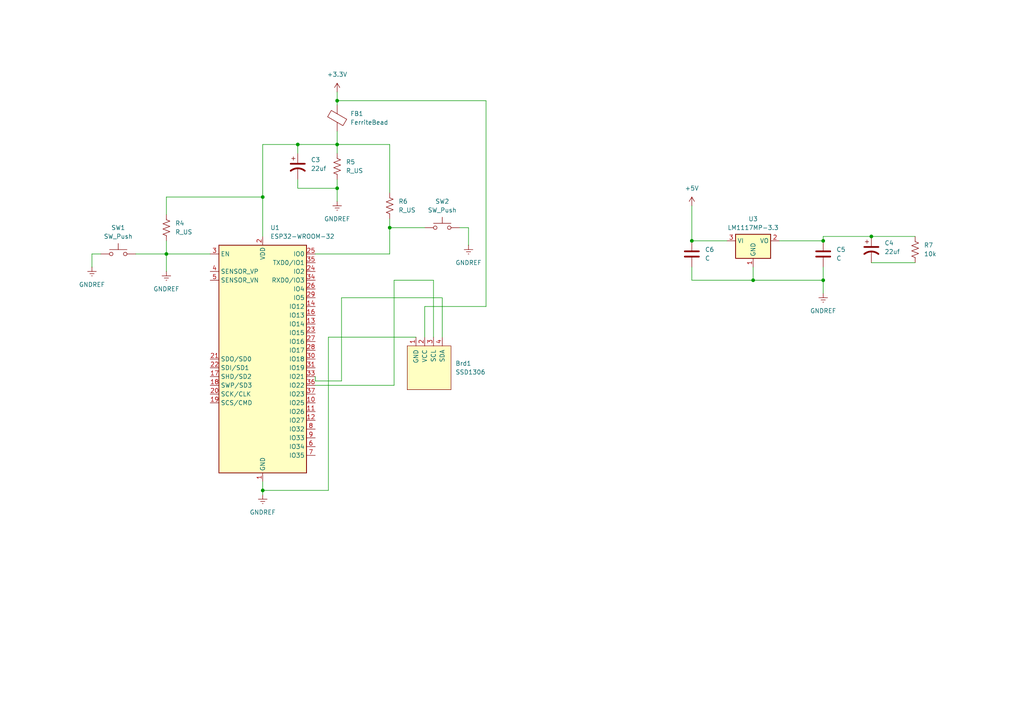
<source format=kicad_sch>
(kicad_sch
	(version 20231120)
	(generator "eeschema")
	(generator_version "8.0")
	(uuid "c5da95ea-07ec-483b-a173-7c544086b65f")
	(paper "A4")
	(lib_symbols
		(symbol "Device:C"
			(pin_numbers hide)
			(pin_names
				(offset 0.254)
			)
			(exclude_from_sim no)
			(in_bom yes)
			(on_board yes)
			(property "Reference" "C"
				(at 0.635 2.54 0)
				(effects
					(font
						(size 1.27 1.27)
					)
					(justify left)
				)
			)
			(property "Value" "C"
				(at 0.635 -2.54 0)
				(effects
					(font
						(size 1.27 1.27)
					)
					(justify left)
				)
			)
			(property "Footprint" ""
				(at 0.9652 -3.81 0)
				(effects
					(font
						(size 1.27 1.27)
					)
					(hide yes)
				)
			)
			(property "Datasheet" "~"
				(at 0 0 0)
				(effects
					(font
						(size 1.27 1.27)
					)
					(hide yes)
				)
			)
			(property "Description" "Unpolarized capacitor"
				(at 0 0 0)
				(effects
					(font
						(size 1.27 1.27)
					)
					(hide yes)
				)
			)
			(property "ki_keywords" "cap capacitor"
				(at 0 0 0)
				(effects
					(font
						(size 1.27 1.27)
					)
					(hide yes)
				)
			)
			(property "ki_fp_filters" "C_*"
				(at 0 0 0)
				(effects
					(font
						(size 1.27 1.27)
					)
					(hide yes)
				)
			)
			(symbol "C_0_1"
				(polyline
					(pts
						(xy -2.032 -0.762) (xy 2.032 -0.762)
					)
					(stroke
						(width 0.508)
						(type default)
					)
					(fill
						(type none)
					)
				)
				(polyline
					(pts
						(xy -2.032 0.762) (xy 2.032 0.762)
					)
					(stroke
						(width 0.508)
						(type default)
					)
					(fill
						(type none)
					)
				)
			)
			(symbol "C_1_1"
				(pin passive line
					(at 0 3.81 270)
					(length 2.794)
					(name "~"
						(effects
							(font
								(size 1.27 1.27)
							)
						)
					)
					(number "1"
						(effects
							(font
								(size 1.27 1.27)
							)
						)
					)
				)
				(pin passive line
					(at 0 -3.81 90)
					(length 2.794)
					(name "~"
						(effects
							(font
								(size 1.27 1.27)
							)
						)
					)
					(number "2"
						(effects
							(font
								(size 1.27 1.27)
							)
						)
					)
				)
			)
		)
		(symbol "Device:C_Polarized_US"
			(pin_numbers hide)
			(pin_names
				(offset 0.254) hide)
			(exclude_from_sim no)
			(in_bom yes)
			(on_board yes)
			(property "Reference" "C"
				(at 0.635 2.54 0)
				(effects
					(font
						(size 1.27 1.27)
					)
					(justify left)
				)
			)
			(property "Value" "C_Polarized_US"
				(at 0.635 -2.54 0)
				(effects
					(font
						(size 1.27 1.27)
					)
					(justify left)
				)
			)
			(property "Footprint" ""
				(at 0 0 0)
				(effects
					(font
						(size 1.27 1.27)
					)
					(hide yes)
				)
			)
			(property "Datasheet" "~"
				(at 0 0 0)
				(effects
					(font
						(size 1.27 1.27)
					)
					(hide yes)
				)
			)
			(property "Description" "Polarized capacitor, US symbol"
				(at 0 0 0)
				(effects
					(font
						(size 1.27 1.27)
					)
					(hide yes)
				)
			)
			(property "ki_keywords" "cap capacitor"
				(at 0 0 0)
				(effects
					(font
						(size 1.27 1.27)
					)
					(hide yes)
				)
			)
			(property "ki_fp_filters" "CP_*"
				(at 0 0 0)
				(effects
					(font
						(size 1.27 1.27)
					)
					(hide yes)
				)
			)
			(symbol "C_Polarized_US_0_1"
				(polyline
					(pts
						(xy -2.032 0.762) (xy 2.032 0.762)
					)
					(stroke
						(width 0.508)
						(type default)
					)
					(fill
						(type none)
					)
				)
				(polyline
					(pts
						(xy -1.778 2.286) (xy -0.762 2.286)
					)
					(stroke
						(width 0)
						(type default)
					)
					(fill
						(type none)
					)
				)
				(polyline
					(pts
						(xy -1.27 1.778) (xy -1.27 2.794)
					)
					(stroke
						(width 0)
						(type default)
					)
					(fill
						(type none)
					)
				)
				(arc
					(start 2.032 -1.27)
					(mid 0 -0.5572)
					(end -2.032 -1.27)
					(stroke
						(width 0.508)
						(type default)
					)
					(fill
						(type none)
					)
				)
			)
			(symbol "C_Polarized_US_1_1"
				(pin passive line
					(at 0 3.81 270)
					(length 2.794)
					(name "~"
						(effects
							(font
								(size 1.27 1.27)
							)
						)
					)
					(number "1"
						(effects
							(font
								(size 1.27 1.27)
							)
						)
					)
				)
				(pin passive line
					(at 0 -3.81 90)
					(length 3.302)
					(name "~"
						(effects
							(font
								(size 1.27 1.27)
							)
						)
					)
					(number "2"
						(effects
							(font
								(size 1.27 1.27)
							)
						)
					)
				)
			)
		)
		(symbol "Device:FerriteBead"
			(pin_numbers hide)
			(pin_names
				(offset 0)
			)
			(exclude_from_sim no)
			(in_bom yes)
			(on_board yes)
			(property "Reference" "FB"
				(at -3.81 0.635 90)
				(effects
					(font
						(size 1.27 1.27)
					)
				)
			)
			(property "Value" "FerriteBead"
				(at 3.81 0 90)
				(effects
					(font
						(size 1.27 1.27)
					)
				)
			)
			(property "Footprint" ""
				(at -1.778 0 90)
				(effects
					(font
						(size 1.27 1.27)
					)
					(hide yes)
				)
			)
			(property "Datasheet" "~"
				(at 0 0 0)
				(effects
					(font
						(size 1.27 1.27)
					)
					(hide yes)
				)
			)
			(property "Description" "Ferrite bead"
				(at 0 0 0)
				(effects
					(font
						(size 1.27 1.27)
					)
					(hide yes)
				)
			)
			(property "ki_keywords" "L ferrite bead inductor filter"
				(at 0 0 0)
				(effects
					(font
						(size 1.27 1.27)
					)
					(hide yes)
				)
			)
			(property "ki_fp_filters" "Inductor_* L_* *Ferrite*"
				(at 0 0 0)
				(effects
					(font
						(size 1.27 1.27)
					)
					(hide yes)
				)
			)
			(symbol "FerriteBead_0_1"
				(polyline
					(pts
						(xy 0 -1.27) (xy 0 -1.2192)
					)
					(stroke
						(width 0)
						(type default)
					)
					(fill
						(type none)
					)
				)
				(polyline
					(pts
						(xy 0 1.27) (xy 0 1.2954)
					)
					(stroke
						(width 0)
						(type default)
					)
					(fill
						(type none)
					)
				)
				(polyline
					(pts
						(xy -2.7686 0.4064) (xy -1.7018 2.2606) (xy 2.7686 -0.3048) (xy 1.6764 -2.159) (xy -2.7686 0.4064)
					)
					(stroke
						(width 0)
						(type default)
					)
					(fill
						(type none)
					)
				)
			)
			(symbol "FerriteBead_1_1"
				(pin passive line
					(at 0 3.81 270)
					(length 2.54)
					(name "~"
						(effects
							(font
								(size 1.27 1.27)
							)
						)
					)
					(number "1"
						(effects
							(font
								(size 1.27 1.27)
							)
						)
					)
				)
				(pin passive line
					(at 0 -3.81 90)
					(length 2.54)
					(name "~"
						(effects
							(font
								(size 1.27 1.27)
							)
						)
					)
					(number "2"
						(effects
							(font
								(size 1.27 1.27)
							)
						)
					)
				)
			)
		)
		(symbol "Device:R_US"
			(pin_numbers hide)
			(pin_names
				(offset 0)
			)
			(exclude_from_sim no)
			(in_bom yes)
			(on_board yes)
			(property "Reference" "R"
				(at 2.54 0 90)
				(effects
					(font
						(size 1.27 1.27)
					)
				)
			)
			(property "Value" "R_US"
				(at -2.54 0 90)
				(effects
					(font
						(size 1.27 1.27)
					)
				)
			)
			(property "Footprint" ""
				(at 1.016 -0.254 90)
				(effects
					(font
						(size 1.27 1.27)
					)
					(hide yes)
				)
			)
			(property "Datasheet" "~"
				(at 0 0 0)
				(effects
					(font
						(size 1.27 1.27)
					)
					(hide yes)
				)
			)
			(property "Description" "Resistor, US symbol"
				(at 0 0 0)
				(effects
					(font
						(size 1.27 1.27)
					)
					(hide yes)
				)
			)
			(property "ki_keywords" "R res resistor"
				(at 0 0 0)
				(effects
					(font
						(size 1.27 1.27)
					)
					(hide yes)
				)
			)
			(property "ki_fp_filters" "R_*"
				(at 0 0 0)
				(effects
					(font
						(size 1.27 1.27)
					)
					(hide yes)
				)
			)
			(symbol "R_US_0_1"
				(polyline
					(pts
						(xy 0 -2.286) (xy 0 -2.54)
					)
					(stroke
						(width 0)
						(type default)
					)
					(fill
						(type none)
					)
				)
				(polyline
					(pts
						(xy 0 2.286) (xy 0 2.54)
					)
					(stroke
						(width 0)
						(type default)
					)
					(fill
						(type none)
					)
				)
				(polyline
					(pts
						(xy 0 -0.762) (xy 1.016 -1.143) (xy 0 -1.524) (xy -1.016 -1.905) (xy 0 -2.286)
					)
					(stroke
						(width 0)
						(type default)
					)
					(fill
						(type none)
					)
				)
				(polyline
					(pts
						(xy 0 0.762) (xy 1.016 0.381) (xy 0 0) (xy -1.016 -0.381) (xy 0 -0.762)
					)
					(stroke
						(width 0)
						(type default)
					)
					(fill
						(type none)
					)
				)
				(polyline
					(pts
						(xy 0 2.286) (xy 1.016 1.905) (xy 0 1.524) (xy -1.016 1.143) (xy 0 0.762)
					)
					(stroke
						(width 0)
						(type default)
					)
					(fill
						(type none)
					)
				)
			)
			(symbol "R_US_1_1"
				(pin passive line
					(at 0 3.81 270)
					(length 1.27)
					(name "~"
						(effects
							(font
								(size 1.27 1.27)
							)
						)
					)
					(number "1"
						(effects
							(font
								(size 1.27 1.27)
							)
						)
					)
				)
				(pin passive line
					(at 0 -3.81 90)
					(length 1.27)
					(name "~"
						(effects
							(font
								(size 1.27 1.27)
							)
						)
					)
					(number "2"
						(effects
							(font
								(size 1.27 1.27)
							)
						)
					)
				)
			)
		)
		(symbol "RF_Module:ESP32-WROOM-32"
			(exclude_from_sim no)
			(in_bom yes)
			(on_board yes)
			(property "Reference" "U"
				(at -12.7 34.29 0)
				(effects
					(font
						(size 1.27 1.27)
					)
					(justify left)
				)
			)
			(property "Value" "ESP32-WROOM-32"
				(at 1.27 34.29 0)
				(effects
					(font
						(size 1.27 1.27)
					)
					(justify left)
				)
			)
			(property "Footprint" "RF_Module:ESP32-WROOM-32"
				(at 0 -38.1 0)
				(effects
					(font
						(size 1.27 1.27)
					)
					(hide yes)
				)
			)
			(property "Datasheet" "https://www.espressif.com/sites/default/files/documentation/esp32-wroom-32_datasheet_en.pdf"
				(at -7.62 1.27 0)
				(effects
					(font
						(size 1.27 1.27)
					)
					(hide yes)
				)
			)
			(property "Description" "RF Module, ESP32-D0WDQ6 SoC, Wi-Fi 802.11b/g/n, Bluetooth, BLE, 32-bit, 2.7-3.6V, onboard antenna, SMD"
				(at 0 0 0)
				(effects
					(font
						(size 1.27 1.27)
					)
					(hide yes)
				)
			)
			(property "ki_keywords" "RF Radio BT ESP ESP32 Espressif onboard PCB antenna"
				(at 0 0 0)
				(effects
					(font
						(size 1.27 1.27)
					)
					(hide yes)
				)
			)
			(property "ki_fp_filters" "ESP32?WROOM?32*"
				(at 0 0 0)
				(effects
					(font
						(size 1.27 1.27)
					)
					(hide yes)
				)
			)
			(symbol "ESP32-WROOM-32_0_1"
				(rectangle
					(start -12.7 33.02)
					(end 12.7 -33.02)
					(stroke
						(width 0.254)
						(type default)
					)
					(fill
						(type background)
					)
				)
			)
			(symbol "ESP32-WROOM-32_1_1"
				(pin power_in line
					(at 0 -35.56 90)
					(length 2.54)
					(name "GND"
						(effects
							(font
								(size 1.27 1.27)
							)
						)
					)
					(number "1"
						(effects
							(font
								(size 1.27 1.27)
							)
						)
					)
				)
				(pin bidirectional line
					(at 15.24 -12.7 180)
					(length 2.54)
					(name "IO25"
						(effects
							(font
								(size 1.27 1.27)
							)
						)
					)
					(number "10"
						(effects
							(font
								(size 1.27 1.27)
							)
						)
					)
				)
				(pin bidirectional line
					(at 15.24 -15.24 180)
					(length 2.54)
					(name "IO26"
						(effects
							(font
								(size 1.27 1.27)
							)
						)
					)
					(number "11"
						(effects
							(font
								(size 1.27 1.27)
							)
						)
					)
				)
				(pin bidirectional line
					(at 15.24 -17.78 180)
					(length 2.54)
					(name "IO27"
						(effects
							(font
								(size 1.27 1.27)
							)
						)
					)
					(number "12"
						(effects
							(font
								(size 1.27 1.27)
							)
						)
					)
				)
				(pin bidirectional line
					(at 15.24 10.16 180)
					(length 2.54)
					(name "IO14"
						(effects
							(font
								(size 1.27 1.27)
							)
						)
					)
					(number "13"
						(effects
							(font
								(size 1.27 1.27)
							)
						)
					)
				)
				(pin bidirectional line
					(at 15.24 15.24 180)
					(length 2.54)
					(name "IO12"
						(effects
							(font
								(size 1.27 1.27)
							)
						)
					)
					(number "14"
						(effects
							(font
								(size 1.27 1.27)
							)
						)
					)
				)
				(pin passive line
					(at 0 -35.56 90)
					(length 2.54) hide
					(name "GND"
						(effects
							(font
								(size 1.27 1.27)
							)
						)
					)
					(number "15"
						(effects
							(font
								(size 1.27 1.27)
							)
						)
					)
				)
				(pin bidirectional line
					(at 15.24 12.7 180)
					(length 2.54)
					(name "IO13"
						(effects
							(font
								(size 1.27 1.27)
							)
						)
					)
					(number "16"
						(effects
							(font
								(size 1.27 1.27)
							)
						)
					)
				)
				(pin bidirectional line
					(at -15.24 -5.08 0)
					(length 2.54)
					(name "SHD/SD2"
						(effects
							(font
								(size 1.27 1.27)
							)
						)
					)
					(number "17"
						(effects
							(font
								(size 1.27 1.27)
							)
						)
					)
				)
				(pin bidirectional line
					(at -15.24 -7.62 0)
					(length 2.54)
					(name "SWP/SD3"
						(effects
							(font
								(size 1.27 1.27)
							)
						)
					)
					(number "18"
						(effects
							(font
								(size 1.27 1.27)
							)
						)
					)
				)
				(pin bidirectional line
					(at -15.24 -12.7 0)
					(length 2.54)
					(name "SCS/CMD"
						(effects
							(font
								(size 1.27 1.27)
							)
						)
					)
					(number "19"
						(effects
							(font
								(size 1.27 1.27)
							)
						)
					)
				)
				(pin power_in line
					(at 0 35.56 270)
					(length 2.54)
					(name "VDD"
						(effects
							(font
								(size 1.27 1.27)
							)
						)
					)
					(number "2"
						(effects
							(font
								(size 1.27 1.27)
							)
						)
					)
				)
				(pin bidirectional line
					(at -15.24 -10.16 0)
					(length 2.54)
					(name "SCK/CLK"
						(effects
							(font
								(size 1.27 1.27)
							)
						)
					)
					(number "20"
						(effects
							(font
								(size 1.27 1.27)
							)
						)
					)
				)
				(pin bidirectional line
					(at -15.24 0 0)
					(length 2.54)
					(name "SDO/SD0"
						(effects
							(font
								(size 1.27 1.27)
							)
						)
					)
					(number "21"
						(effects
							(font
								(size 1.27 1.27)
							)
						)
					)
				)
				(pin bidirectional line
					(at -15.24 -2.54 0)
					(length 2.54)
					(name "SDI/SD1"
						(effects
							(font
								(size 1.27 1.27)
							)
						)
					)
					(number "22"
						(effects
							(font
								(size 1.27 1.27)
							)
						)
					)
				)
				(pin bidirectional line
					(at 15.24 7.62 180)
					(length 2.54)
					(name "IO15"
						(effects
							(font
								(size 1.27 1.27)
							)
						)
					)
					(number "23"
						(effects
							(font
								(size 1.27 1.27)
							)
						)
					)
				)
				(pin bidirectional line
					(at 15.24 25.4 180)
					(length 2.54)
					(name "IO2"
						(effects
							(font
								(size 1.27 1.27)
							)
						)
					)
					(number "24"
						(effects
							(font
								(size 1.27 1.27)
							)
						)
					)
				)
				(pin bidirectional line
					(at 15.24 30.48 180)
					(length 2.54)
					(name "IO0"
						(effects
							(font
								(size 1.27 1.27)
							)
						)
					)
					(number "25"
						(effects
							(font
								(size 1.27 1.27)
							)
						)
					)
				)
				(pin bidirectional line
					(at 15.24 20.32 180)
					(length 2.54)
					(name "IO4"
						(effects
							(font
								(size 1.27 1.27)
							)
						)
					)
					(number "26"
						(effects
							(font
								(size 1.27 1.27)
							)
						)
					)
				)
				(pin bidirectional line
					(at 15.24 5.08 180)
					(length 2.54)
					(name "IO16"
						(effects
							(font
								(size 1.27 1.27)
							)
						)
					)
					(number "27"
						(effects
							(font
								(size 1.27 1.27)
							)
						)
					)
				)
				(pin bidirectional line
					(at 15.24 2.54 180)
					(length 2.54)
					(name "IO17"
						(effects
							(font
								(size 1.27 1.27)
							)
						)
					)
					(number "28"
						(effects
							(font
								(size 1.27 1.27)
							)
						)
					)
				)
				(pin bidirectional line
					(at 15.24 17.78 180)
					(length 2.54)
					(name "IO5"
						(effects
							(font
								(size 1.27 1.27)
							)
						)
					)
					(number "29"
						(effects
							(font
								(size 1.27 1.27)
							)
						)
					)
				)
				(pin input line
					(at -15.24 30.48 0)
					(length 2.54)
					(name "EN"
						(effects
							(font
								(size 1.27 1.27)
							)
						)
					)
					(number "3"
						(effects
							(font
								(size 1.27 1.27)
							)
						)
					)
				)
				(pin bidirectional line
					(at 15.24 0 180)
					(length 2.54)
					(name "IO18"
						(effects
							(font
								(size 1.27 1.27)
							)
						)
					)
					(number "30"
						(effects
							(font
								(size 1.27 1.27)
							)
						)
					)
				)
				(pin bidirectional line
					(at 15.24 -2.54 180)
					(length 2.54)
					(name "IO19"
						(effects
							(font
								(size 1.27 1.27)
							)
						)
					)
					(number "31"
						(effects
							(font
								(size 1.27 1.27)
							)
						)
					)
				)
				(pin no_connect line
					(at -12.7 -27.94 0)
					(length 2.54) hide
					(name "NC"
						(effects
							(font
								(size 1.27 1.27)
							)
						)
					)
					(number "32"
						(effects
							(font
								(size 1.27 1.27)
							)
						)
					)
				)
				(pin bidirectional line
					(at 15.24 -5.08 180)
					(length 2.54)
					(name "IO21"
						(effects
							(font
								(size 1.27 1.27)
							)
						)
					)
					(number "33"
						(effects
							(font
								(size 1.27 1.27)
							)
						)
					)
				)
				(pin bidirectional line
					(at 15.24 22.86 180)
					(length 2.54)
					(name "RXD0/IO3"
						(effects
							(font
								(size 1.27 1.27)
							)
						)
					)
					(number "34"
						(effects
							(font
								(size 1.27 1.27)
							)
						)
					)
				)
				(pin bidirectional line
					(at 15.24 27.94 180)
					(length 2.54)
					(name "TXD0/IO1"
						(effects
							(font
								(size 1.27 1.27)
							)
						)
					)
					(number "35"
						(effects
							(font
								(size 1.27 1.27)
							)
						)
					)
				)
				(pin bidirectional line
					(at 15.24 -7.62 180)
					(length 2.54)
					(name "IO22"
						(effects
							(font
								(size 1.27 1.27)
							)
						)
					)
					(number "36"
						(effects
							(font
								(size 1.27 1.27)
							)
						)
					)
				)
				(pin bidirectional line
					(at 15.24 -10.16 180)
					(length 2.54)
					(name "IO23"
						(effects
							(font
								(size 1.27 1.27)
							)
						)
					)
					(number "37"
						(effects
							(font
								(size 1.27 1.27)
							)
						)
					)
				)
				(pin passive line
					(at 0 -35.56 90)
					(length 2.54) hide
					(name "GND"
						(effects
							(font
								(size 1.27 1.27)
							)
						)
					)
					(number "38"
						(effects
							(font
								(size 1.27 1.27)
							)
						)
					)
				)
				(pin passive line
					(at 0 -35.56 90)
					(length 2.54) hide
					(name "GND"
						(effects
							(font
								(size 1.27 1.27)
							)
						)
					)
					(number "39"
						(effects
							(font
								(size 1.27 1.27)
							)
						)
					)
				)
				(pin input line
					(at -15.24 25.4 0)
					(length 2.54)
					(name "SENSOR_VP"
						(effects
							(font
								(size 1.27 1.27)
							)
						)
					)
					(number "4"
						(effects
							(font
								(size 1.27 1.27)
							)
						)
					)
				)
				(pin input line
					(at -15.24 22.86 0)
					(length 2.54)
					(name "SENSOR_VN"
						(effects
							(font
								(size 1.27 1.27)
							)
						)
					)
					(number "5"
						(effects
							(font
								(size 1.27 1.27)
							)
						)
					)
				)
				(pin input line
					(at 15.24 -25.4 180)
					(length 2.54)
					(name "IO34"
						(effects
							(font
								(size 1.27 1.27)
							)
						)
					)
					(number "6"
						(effects
							(font
								(size 1.27 1.27)
							)
						)
					)
				)
				(pin input line
					(at 15.24 -27.94 180)
					(length 2.54)
					(name "IO35"
						(effects
							(font
								(size 1.27 1.27)
							)
						)
					)
					(number "7"
						(effects
							(font
								(size 1.27 1.27)
							)
						)
					)
				)
				(pin bidirectional line
					(at 15.24 -20.32 180)
					(length 2.54)
					(name "IO32"
						(effects
							(font
								(size 1.27 1.27)
							)
						)
					)
					(number "8"
						(effects
							(font
								(size 1.27 1.27)
							)
						)
					)
				)
				(pin bidirectional line
					(at 15.24 -22.86 180)
					(length 2.54)
					(name "IO33"
						(effects
							(font
								(size 1.27 1.27)
							)
						)
					)
					(number "9"
						(effects
							(font
								(size 1.27 1.27)
							)
						)
					)
				)
			)
		)
		(symbol "Regulator_Linear:LM1117MP-3.3"
			(exclude_from_sim no)
			(in_bom yes)
			(on_board yes)
			(property "Reference" "U"
				(at -3.81 3.175 0)
				(effects
					(font
						(size 1.27 1.27)
					)
				)
			)
			(property "Value" "LM1117MP-3.3"
				(at 0 3.175 0)
				(effects
					(font
						(size 1.27 1.27)
					)
					(justify left)
				)
			)
			(property "Footprint" "Package_TO_SOT_SMD:SOT-223-3_TabPin2"
				(at 0 0 0)
				(effects
					(font
						(size 1.27 1.27)
					)
					(hide yes)
				)
			)
			(property "Datasheet" "http://www.ti.com/lit/ds/symlink/lm1117.pdf"
				(at 0 0 0)
				(effects
					(font
						(size 1.27 1.27)
					)
					(hide yes)
				)
			)
			(property "Description" "800mA Low-Dropout Linear Regulator, 3.3V fixed output, SOT-223"
				(at 0 0 0)
				(effects
					(font
						(size 1.27 1.27)
					)
					(hide yes)
				)
			)
			(property "ki_keywords" "linear regulator ldo fixed positive"
				(at 0 0 0)
				(effects
					(font
						(size 1.27 1.27)
					)
					(hide yes)
				)
			)
			(property "ki_fp_filters" "SOT?223*"
				(at 0 0 0)
				(effects
					(font
						(size 1.27 1.27)
					)
					(hide yes)
				)
			)
			(symbol "LM1117MP-3.3_0_1"
				(rectangle
					(start -5.08 -5.08)
					(end 5.08 1.905)
					(stroke
						(width 0.254)
						(type default)
					)
					(fill
						(type background)
					)
				)
			)
			(symbol "LM1117MP-3.3_1_1"
				(pin power_in line
					(at 0 -7.62 90)
					(length 2.54)
					(name "GND"
						(effects
							(font
								(size 1.27 1.27)
							)
						)
					)
					(number "1"
						(effects
							(font
								(size 1.27 1.27)
							)
						)
					)
				)
				(pin power_out line
					(at 7.62 0 180)
					(length 2.54)
					(name "VO"
						(effects
							(font
								(size 1.27 1.27)
							)
						)
					)
					(number "2"
						(effects
							(font
								(size 1.27 1.27)
							)
						)
					)
				)
				(pin power_in line
					(at -7.62 0 0)
					(length 2.54)
					(name "VI"
						(effects
							(font
								(size 1.27 1.27)
							)
						)
					)
					(number "3"
						(effects
							(font
								(size 1.27 1.27)
							)
						)
					)
				)
			)
		)
		(symbol "SSD1306-128x64_OLED:SSD1306"
			(pin_names
				(offset 1.016)
			)
			(exclude_from_sim no)
			(in_bom yes)
			(on_board yes)
			(property "Reference" "Brd"
				(at 0 -3.81 0)
				(effects
					(font
						(size 1.27 1.27)
					)
				)
			)
			(property "Value" "SSD1306"
				(at 0 -1.27 0)
				(effects
					(font
						(size 1.27 1.27)
					)
				)
			)
			(property "Footprint" ""
				(at 0 6.35 0)
				(effects
					(font
						(size 1.27 1.27)
					)
					(hide yes)
				)
			)
			(property "Datasheet" ""
				(at 0 6.35 0)
				(effects
					(font
						(size 1.27 1.27)
					)
					(hide yes)
				)
			)
			(property "Description" ""
				(at 0 0 0)
				(effects
					(font
						(size 1.27 1.27)
					)
					(hide yes)
				)
			)
			(property "ki_fp_filters" "SSD1306-128x64_OLED:SSD1306"
				(at 0 0 0)
				(effects
					(font
						(size 1.27 1.27)
					)
					(hide yes)
				)
			)
			(symbol "SSD1306_0_1"
				(rectangle
					(start -6.35 6.35)
					(end 6.35 -6.35)
					(stroke
						(width 0)
						(type solid)
					)
					(fill
						(type background)
					)
				)
			)
			(symbol "SSD1306_1_1"
				(pin input line
					(at -3.81 8.89 270)
					(length 2.54)
					(name "GND"
						(effects
							(font
								(size 1.27 1.27)
							)
						)
					)
					(number "1"
						(effects
							(font
								(size 1.27 1.27)
							)
						)
					)
				)
				(pin input line
					(at -1.27 8.89 270)
					(length 2.54)
					(name "VCC"
						(effects
							(font
								(size 1.27 1.27)
							)
						)
					)
					(number "2"
						(effects
							(font
								(size 1.27 1.27)
							)
						)
					)
				)
				(pin input line
					(at 1.27 8.89 270)
					(length 2.54)
					(name "SCL"
						(effects
							(font
								(size 1.27 1.27)
							)
						)
					)
					(number "3"
						(effects
							(font
								(size 1.27 1.27)
							)
						)
					)
				)
				(pin input line
					(at 3.81 8.89 270)
					(length 2.54)
					(name "SDA"
						(effects
							(font
								(size 1.27 1.27)
							)
						)
					)
					(number "4"
						(effects
							(font
								(size 1.27 1.27)
							)
						)
					)
				)
			)
		)
		(symbol "Switch:SW_Push"
			(pin_numbers hide)
			(pin_names
				(offset 1.016) hide)
			(exclude_from_sim no)
			(in_bom yes)
			(on_board yes)
			(property "Reference" "SW"
				(at 1.27 2.54 0)
				(effects
					(font
						(size 1.27 1.27)
					)
					(justify left)
				)
			)
			(property "Value" "SW_Push"
				(at 0 -1.524 0)
				(effects
					(font
						(size 1.27 1.27)
					)
				)
			)
			(property "Footprint" ""
				(at 0 5.08 0)
				(effects
					(font
						(size 1.27 1.27)
					)
					(hide yes)
				)
			)
			(property "Datasheet" "~"
				(at 0 5.08 0)
				(effects
					(font
						(size 1.27 1.27)
					)
					(hide yes)
				)
			)
			(property "Description" "Push button switch, generic, two pins"
				(at 0 0 0)
				(effects
					(font
						(size 1.27 1.27)
					)
					(hide yes)
				)
			)
			(property "ki_keywords" "switch normally-open pushbutton push-button"
				(at 0 0 0)
				(effects
					(font
						(size 1.27 1.27)
					)
					(hide yes)
				)
			)
			(symbol "SW_Push_0_1"
				(circle
					(center -2.032 0)
					(radius 0.508)
					(stroke
						(width 0)
						(type default)
					)
					(fill
						(type none)
					)
				)
				(polyline
					(pts
						(xy 0 1.27) (xy 0 3.048)
					)
					(stroke
						(width 0)
						(type default)
					)
					(fill
						(type none)
					)
				)
				(polyline
					(pts
						(xy 2.54 1.27) (xy -2.54 1.27)
					)
					(stroke
						(width 0)
						(type default)
					)
					(fill
						(type none)
					)
				)
				(circle
					(center 2.032 0)
					(radius 0.508)
					(stroke
						(width 0)
						(type default)
					)
					(fill
						(type none)
					)
				)
				(pin passive line
					(at -5.08 0 0)
					(length 2.54)
					(name "1"
						(effects
							(font
								(size 1.27 1.27)
							)
						)
					)
					(number "1"
						(effects
							(font
								(size 1.27 1.27)
							)
						)
					)
				)
				(pin passive line
					(at 5.08 0 180)
					(length 2.54)
					(name "2"
						(effects
							(font
								(size 1.27 1.27)
							)
						)
					)
					(number "2"
						(effects
							(font
								(size 1.27 1.27)
							)
						)
					)
				)
			)
		)
		(symbol "power:+3.3V"
			(power)
			(pin_numbers hide)
			(pin_names
				(offset 0) hide)
			(exclude_from_sim no)
			(in_bom yes)
			(on_board yes)
			(property "Reference" "#PWR"
				(at 0 -3.81 0)
				(effects
					(font
						(size 1.27 1.27)
					)
					(hide yes)
				)
			)
			(property "Value" "+3.3V"
				(at 0 3.556 0)
				(effects
					(font
						(size 1.27 1.27)
					)
				)
			)
			(property "Footprint" ""
				(at 0 0 0)
				(effects
					(font
						(size 1.27 1.27)
					)
					(hide yes)
				)
			)
			(property "Datasheet" ""
				(at 0 0 0)
				(effects
					(font
						(size 1.27 1.27)
					)
					(hide yes)
				)
			)
			(property "Description" "Power symbol creates a global label with name \"+3.3V\""
				(at 0 0 0)
				(effects
					(font
						(size 1.27 1.27)
					)
					(hide yes)
				)
			)
			(property "ki_keywords" "global power"
				(at 0 0 0)
				(effects
					(font
						(size 1.27 1.27)
					)
					(hide yes)
				)
			)
			(symbol "+3.3V_0_1"
				(polyline
					(pts
						(xy -0.762 1.27) (xy 0 2.54)
					)
					(stroke
						(width 0)
						(type default)
					)
					(fill
						(type none)
					)
				)
				(polyline
					(pts
						(xy 0 0) (xy 0 2.54)
					)
					(stroke
						(width 0)
						(type default)
					)
					(fill
						(type none)
					)
				)
				(polyline
					(pts
						(xy 0 2.54) (xy 0.762 1.27)
					)
					(stroke
						(width 0)
						(type default)
					)
					(fill
						(type none)
					)
				)
			)
			(symbol "+3.3V_1_1"
				(pin power_in line
					(at 0 0 90)
					(length 0)
					(name "~"
						(effects
							(font
								(size 1.27 1.27)
							)
						)
					)
					(number "1"
						(effects
							(font
								(size 1.27 1.27)
							)
						)
					)
				)
			)
		)
		(symbol "power:+5V"
			(power)
			(pin_numbers hide)
			(pin_names
				(offset 0) hide)
			(exclude_from_sim no)
			(in_bom yes)
			(on_board yes)
			(property "Reference" "#PWR"
				(at 0 -3.81 0)
				(effects
					(font
						(size 1.27 1.27)
					)
					(hide yes)
				)
			)
			(property "Value" "+5V"
				(at 0 3.556 0)
				(effects
					(font
						(size 1.27 1.27)
					)
				)
			)
			(property "Footprint" ""
				(at 0 0 0)
				(effects
					(font
						(size 1.27 1.27)
					)
					(hide yes)
				)
			)
			(property "Datasheet" ""
				(at 0 0 0)
				(effects
					(font
						(size 1.27 1.27)
					)
					(hide yes)
				)
			)
			(property "Description" "Power symbol creates a global label with name \"+5V\""
				(at 0 0 0)
				(effects
					(font
						(size 1.27 1.27)
					)
					(hide yes)
				)
			)
			(property "ki_keywords" "global power"
				(at 0 0 0)
				(effects
					(font
						(size 1.27 1.27)
					)
					(hide yes)
				)
			)
			(symbol "+5V_0_1"
				(polyline
					(pts
						(xy -0.762 1.27) (xy 0 2.54)
					)
					(stroke
						(width 0)
						(type default)
					)
					(fill
						(type none)
					)
				)
				(polyline
					(pts
						(xy 0 0) (xy 0 2.54)
					)
					(stroke
						(width 0)
						(type default)
					)
					(fill
						(type none)
					)
				)
				(polyline
					(pts
						(xy 0 2.54) (xy 0.762 1.27)
					)
					(stroke
						(width 0)
						(type default)
					)
					(fill
						(type none)
					)
				)
			)
			(symbol "+5V_1_1"
				(pin power_in line
					(at 0 0 90)
					(length 0)
					(name "~"
						(effects
							(font
								(size 1.27 1.27)
							)
						)
					)
					(number "1"
						(effects
							(font
								(size 1.27 1.27)
							)
						)
					)
				)
			)
		)
		(symbol "power:GNDREF"
			(power)
			(pin_numbers hide)
			(pin_names
				(offset 0) hide)
			(exclude_from_sim no)
			(in_bom yes)
			(on_board yes)
			(property "Reference" "#PWR"
				(at 0 -6.35 0)
				(effects
					(font
						(size 1.27 1.27)
					)
					(hide yes)
				)
			)
			(property "Value" "GNDREF"
				(at 0 -3.81 0)
				(effects
					(font
						(size 1.27 1.27)
					)
				)
			)
			(property "Footprint" ""
				(at 0 0 0)
				(effects
					(font
						(size 1.27 1.27)
					)
					(hide yes)
				)
			)
			(property "Datasheet" ""
				(at 0 0 0)
				(effects
					(font
						(size 1.27 1.27)
					)
					(hide yes)
				)
			)
			(property "Description" "Power symbol creates a global label with name \"GNDREF\" , reference supply ground"
				(at 0 0 0)
				(effects
					(font
						(size 1.27 1.27)
					)
					(hide yes)
				)
			)
			(property "ki_keywords" "global power"
				(at 0 0 0)
				(effects
					(font
						(size 1.27 1.27)
					)
					(hide yes)
				)
			)
			(symbol "GNDREF_0_1"
				(polyline
					(pts
						(xy -0.635 -1.905) (xy 0.635 -1.905)
					)
					(stroke
						(width 0)
						(type default)
					)
					(fill
						(type none)
					)
				)
				(polyline
					(pts
						(xy -0.127 -2.54) (xy 0.127 -2.54)
					)
					(stroke
						(width 0)
						(type default)
					)
					(fill
						(type none)
					)
				)
				(polyline
					(pts
						(xy 0 -1.27) (xy 0 0)
					)
					(stroke
						(width 0)
						(type default)
					)
					(fill
						(type none)
					)
				)
				(polyline
					(pts
						(xy 1.27 -1.27) (xy -1.27 -1.27)
					)
					(stroke
						(width 0)
						(type default)
					)
					(fill
						(type none)
					)
				)
			)
			(symbol "GNDREF_1_1"
				(pin power_in line
					(at 0 0 270)
					(length 0)
					(name "~"
						(effects
							(font
								(size 1.27 1.27)
							)
						)
					)
					(number "1"
						(effects
							(font
								(size 1.27 1.27)
							)
						)
					)
				)
			)
		)
	)
	(junction
		(at 48.26 73.66)
		(diameter 0)
		(color 0 0 0 0)
		(uuid "16cf7e94-846a-4681-ab4d-d923f1a945bb")
	)
	(junction
		(at 97.79 29.21)
		(diameter 0)
		(color 0 0 0 0)
		(uuid "22ea71a4-02b0-44b0-9f09-c05ef7d256c8")
	)
	(junction
		(at 252.73 68.58)
		(diameter 0)
		(color 0 0 0 0)
		(uuid "3569a671-330c-4a8b-a7ac-8d9e1e24e667")
	)
	(junction
		(at 200.66 69.85)
		(diameter 0)
		(color 0 0 0 0)
		(uuid "4501af4d-96ac-43dd-a61a-14d3ad648f2e")
	)
	(junction
		(at 113.03 66.04)
		(diameter 0)
		(color 0 0 0 0)
		(uuid "5e4f3143-a27e-4ad6-a464-a4926ce4bb8a")
	)
	(junction
		(at 97.79 41.91)
		(diameter 0)
		(color 0 0 0 0)
		(uuid "6d9ce7a2-5b7b-4885-bcc4-a1faa9210064")
	)
	(junction
		(at 76.2 57.15)
		(diameter 0)
		(color 0 0 0 0)
		(uuid "8c3dbf28-6814-40e4-ae2b-44715a3e3951")
	)
	(junction
		(at 86.36 41.91)
		(diameter 0)
		(color 0 0 0 0)
		(uuid "9225b689-a91d-438f-a2e5-33a947114bfd")
	)
	(junction
		(at 218.44 81.28)
		(diameter 0)
		(color 0 0 0 0)
		(uuid "9f75cb4a-0615-444c-9b2d-8be30e7f7950")
	)
	(junction
		(at 76.2 142.24)
		(diameter 0)
		(color 0 0 0 0)
		(uuid "b1f8e33d-2ee6-414a-b9b5-c3ecb78bf38a")
	)
	(junction
		(at 238.76 69.85)
		(diameter 0)
		(color 0 0 0 0)
		(uuid "c2440838-e34d-453e-8227-af9015d8b3f2")
	)
	(junction
		(at 97.79 54.61)
		(diameter 0)
		(color 0 0 0 0)
		(uuid "c6e226cc-c3e7-4f7f-84dd-9d908d298b24")
	)
	(junction
		(at 238.76 81.28)
		(diameter 0)
		(color 0 0 0 0)
		(uuid "d5d1ade3-4c49-40d8-975c-e245fab45955")
	)
	(wire
		(pts
			(xy 200.66 59.69) (xy 200.66 69.85)
		)
		(stroke
			(width 0)
			(type default)
		)
		(uuid "047ed422-40c0-4093-9827-8e4778cb6aef")
	)
	(wire
		(pts
			(xy 200.66 77.47) (xy 200.66 81.28)
		)
		(stroke
			(width 0)
			(type default)
		)
		(uuid "13911d35-cf8c-4573-9bd8-e4652291c2ff")
	)
	(wire
		(pts
			(xy 97.79 41.91) (xy 113.03 41.91)
		)
		(stroke
			(width 0)
			(type default)
		)
		(uuid "18d37b2b-de9b-4456-aa03-9d6b79ec82fa")
	)
	(wire
		(pts
			(xy 114.3 111.76) (xy 91.44 111.76)
		)
		(stroke
			(width 0)
			(type default)
		)
		(uuid "1903de06-b4b7-41a5-8660-45322098d029")
	)
	(wire
		(pts
			(xy 39.37 73.66) (xy 48.26 73.66)
		)
		(stroke
			(width 0)
			(type default)
		)
		(uuid "1975f80c-d667-4e32-8e66-a6e5441fc150")
	)
	(wire
		(pts
			(xy 48.26 73.66) (xy 48.26 78.74)
		)
		(stroke
			(width 0)
			(type default)
		)
		(uuid "220c2cac-e19e-4bf2-baef-1963325547fd")
	)
	(wire
		(pts
			(xy 97.79 29.21) (xy 140.97 29.21)
		)
		(stroke
			(width 0)
			(type default)
		)
		(uuid "22c9df18-0324-46e8-a6c4-325a7ed5b0d0")
	)
	(wire
		(pts
			(xy 97.79 41.91) (xy 97.79 44.45)
		)
		(stroke
			(width 0)
			(type default)
		)
		(uuid "23139ef4-76fd-425d-a346-94257b92ad03")
	)
	(wire
		(pts
			(xy 113.03 66.04) (xy 123.19 66.04)
		)
		(stroke
			(width 0)
			(type default)
		)
		(uuid "23fb5ebb-bcb8-4f5b-87c4-2dc2a99203f7")
	)
	(wire
		(pts
			(xy 125.73 81.28) (xy 114.3 81.28)
		)
		(stroke
			(width 0)
			(type default)
		)
		(uuid "24ad40a4-2c0d-4083-9491-b6060412cf07")
	)
	(wire
		(pts
			(xy 86.36 52.07) (xy 86.36 54.61)
		)
		(stroke
			(width 0)
			(type default)
		)
		(uuid "29925fdd-c70a-487a-939d-d80ebde7b0b5")
	)
	(wire
		(pts
			(xy 76.2 57.15) (xy 48.26 57.15)
		)
		(stroke
			(width 0)
			(type default)
		)
		(uuid "307a1d9c-bc37-472d-afbb-759e7437b6fb")
	)
	(wire
		(pts
			(xy 226.06 69.85) (xy 238.76 69.85)
		)
		(stroke
			(width 0)
			(type default)
		)
		(uuid "334e247f-5712-4732-9045-5c3956262e9f")
	)
	(wire
		(pts
			(xy 140.97 29.21) (xy 140.97 88.9)
		)
		(stroke
			(width 0)
			(type default)
		)
		(uuid "355942dd-bb5b-4422-9e39-f46cf0e5c2f5")
	)
	(wire
		(pts
			(xy 238.76 77.47) (xy 238.76 81.28)
		)
		(stroke
			(width 0)
			(type default)
		)
		(uuid "36ebd10e-8a4f-422d-99c1-cfb28d7e75aa")
	)
	(wire
		(pts
			(xy 238.76 68.58) (xy 238.76 69.85)
		)
		(stroke
			(width 0)
			(type default)
		)
		(uuid "40d3433a-4450-49f4-9067-d7e97a29e8f2")
	)
	(wire
		(pts
			(xy 252.73 76.2) (xy 265.43 76.2)
		)
		(stroke
			(width 0)
			(type default)
		)
		(uuid "435ab018-30ba-44b4-b683-85cfe8494a17")
	)
	(wire
		(pts
			(xy 97.79 54.61) (xy 97.79 52.07)
		)
		(stroke
			(width 0)
			(type default)
		)
		(uuid "49f076b7-5780-460c-8fe1-ab5118ccd3d3")
	)
	(wire
		(pts
			(xy 99.06 110.49) (xy 91.44 110.49)
		)
		(stroke
			(width 0)
			(type default)
		)
		(uuid "4bbd5d35-d730-44c2-9a32-75a2ed53d36a")
	)
	(wire
		(pts
			(xy 95.25 142.24) (xy 76.2 142.24)
		)
		(stroke
			(width 0)
			(type default)
		)
		(uuid "5a694832-a919-4383-a6d4-167e417d0ac8")
	)
	(wire
		(pts
			(xy 113.03 63.5) (xy 113.03 66.04)
		)
		(stroke
			(width 0)
			(type default)
		)
		(uuid "5f88837a-e33e-4214-95fa-0351b1cddc5a")
	)
	(wire
		(pts
			(xy 86.36 54.61) (xy 97.79 54.61)
		)
		(stroke
			(width 0)
			(type default)
		)
		(uuid "64790593-2686-407b-857c-27b2fa4da71c")
	)
	(wire
		(pts
			(xy 252.73 68.58) (xy 265.43 68.58)
		)
		(stroke
			(width 0)
			(type default)
		)
		(uuid "67fe2cbd-9f59-499d-92be-2b0b21d71739")
	)
	(wire
		(pts
			(xy 252.73 68.58) (xy 238.76 68.58)
		)
		(stroke
			(width 0)
			(type default)
		)
		(uuid "6b4c7e9c-40cd-4505-9ad2-29b8d23c6315")
	)
	(wire
		(pts
			(xy 76.2 41.91) (xy 76.2 57.15)
		)
		(stroke
			(width 0)
			(type default)
		)
		(uuid "6f20bc86-f880-4e1f-85ba-5bb203b891e8")
	)
	(wire
		(pts
			(xy 86.36 44.45) (xy 86.36 41.91)
		)
		(stroke
			(width 0)
			(type default)
		)
		(uuid "750cd7c0-a8db-4d7b-8f7e-761423994036")
	)
	(wire
		(pts
			(xy 200.66 81.28) (xy 218.44 81.28)
		)
		(stroke
			(width 0)
			(type default)
		)
		(uuid "78c87a0e-6016-459d-84c1-d0d51f1d858a")
	)
	(wire
		(pts
			(xy 76.2 68.58) (xy 76.2 57.15)
		)
		(stroke
			(width 0)
			(type default)
		)
		(uuid "7a75357e-f7ad-4278-bed4-94fda8dad1b9")
	)
	(wire
		(pts
			(xy 113.03 66.04) (xy 113.03 73.66)
		)
		(stroke
			(width 0)
			(type default)
		)
		(uuid "7fcb702e-222d-450c-a188-50af60a50b59")
	)
	(wire
		(pts
			(xy 113.03 41.91) (xy 113.03 55.88)
		)
		(stroke
			(width 0)
			(type default)
		)
		(uuid "7ff91f38-13a9-40f9-9e8b-694079f09e4b")
	)
	(wire
		(pts
			(xy 48.26 73.66) (xy 60.96 73.66)
		)
		(stroke
			(width 0)
			(type default)
		)
		(uuid "80b96ab8-99b4-4afe-a474-70d606643f85")
	)
	(wire
		(pts
			(xy 218.44 81.28) (xy 238.76 81.28)
		)
		(stroke
			(width 0)
			(type default)
		)
		(uuid "81f362d3-9fbe-4063-97bd-3222e6830995")
	)
	(wire
		(pts
			(xy 48.26 57.15) (xy 48.26 62.23)
		)
		(stroke
			(width 0)
			(type default)
		)
		(uuid "856d625e-0a45-4127-b972-3baaab3440a8")
	)
	(wire
		(pts
			(xy 95.25 97.79) (xy 95.25 142.24)
		)
		(stroke
			(width 0)
			(type default)
		)
		(uuid "8680ace9-5771-4d79-9577-8d5cd8dfb45f")
	)
	(wire
		(pts
			(xy 91.44 73.66) (xy 113.03 73.66)
		)
		(stroke
			(width 0)
			(type default)
		)
		(uuid "89148695-3a2b-4a04-9b43-fb76e9e1541f")
	)
	(wire
		(pts
			(xy 135.89 66.04) (xy 135.89 71.12)
		)
		(stroke
			(width 0)
			(type default)
		)
		(uuid "8977ed72-566c-4838-84b2-64fafa5223e6")
	)
	(wire
		(pts
			(xy 97.79 38.1) (xy 97.79 41.91)
		)
		(stroke
			(width 0)
			(type default)
		)
		(uuid "91c1087d-1c3a-474d-984d-4029be5b8845")
	)
	(wire
		(pts
			(xy 128.27 86.36) (xy 99.06 86.36)
		)
		(stroke
			(width 0)
			(type default)
		)
		(uuid "99b19cf3-61e2-43e1-a262-1be559e78274")
	)
	(wire
		(pts
			(xy 114.3 81.28) (xy 114.3 111.76)
		)
		(stroke
			(width 0)
			(type default)
		)
		(uuid "9b5bb063-c603-41e9-971e-9b0adcb219d4")
	)
	(wire
		(pts
			(xy 97.79 54.61) (xy 97.79 58.42)
		)
		(stroke
			(width 0)
			(type default)
		)
		(uuid "a09a9068-3578-465b-a0ea-136acbd3f20a")
	)
	(wire
		(pts
			(xy 140.97 88.9) (xy 123.19 88.9)
		)
		(stroke
			(width 0)
			(type default)
		)
		(uuid "a176bad5-ddbd-4a6c-9334-0810b0e7dd9a")
	)
	(wire
		(pts
			(xy 125.73 97.79) (xy 125.73 81.28)
		)
		(stroke
			(width 0)
			(type default)
		)
		(uuid "a74bea88-2a19-4902-8ff3-50b111c0a51d")
	)
	(wire
		(pts
			(xy 218.44 77.47) (xy 218.44 81.28)
		)
		(stroke
			(width 0)
			(type default)
		)
		(uuid "b05c6599-a0ae-439e-af16-624230e0337f")
	)
	(wire
		(pts
			(xy 48.26 69.85) (xy 48.26 73.66)
		)
		(stroke
			(width 0)
			(type default)
		)
		(uuid "bac86a25-d0aa-4174-ad9a-27456516f299")
	)
	(wire
		(pts
			(xy 97.79 26.67) (xy 97.79 29.21)
		)
		(stroke
			(width 0)
			(type default)
		)
		(uuid "beea28db-0036-479c-80d3-1e84c3d35715")
	)
	(wire
		(pts
			(xy 133.35 66.04) (xy 135.89 66.04)
		)
		(stroke
			(width 0)
			(type default)
		)
		(uuid "c2fcde93-31c6-424e-902e-c94d8016358f")
	)
	(wire
		(pts
			(xy 76.2 139.7) (xy 76.2 142.24)
		)
		(stroke
			(width 0)
			(type default)
		)
		(uuid "ca3c79ec-4840-4ae6-84f4-db1f55cffa7c")
	)
	(wire
		(pts
			(xy 200.66 69.85) (xy 210.82 69.85)
		)
		(stroke
			(width 0)
			(type default)
		)
		(uuid "ca4ce30e-4619-4c29-b554-dd6a6ffaed8c")
	)
	(wire
		(pts
			(xy 29.21 73.66) (xy 26.67 73.66)
		)
		(stroke
			(width 0)
			(type default)
		)
		(uuid "d5c8f212-1cde-4f7c-964a-0b84f7606e0e")
	)
	(wire
		(pts
			(xy 128.27 97.79) (xy 128.27 86.36)
		)
		(stroke
			(width 0)
			(type default)
		)
		(uuid "d8935d87-04f8-49d4-8661-476d70590280")
	)
	(wire
		(pts
			(xy 26.67 73.66) (xy 26.67 77.47)
		)
		(stroke
			(width 0)
			(type default)
		)
		(uuid "da266a15-7ddb-47e0-9a07-d91d68a60455")
	)
	(wire
		(pts
			(xy 238.76 81.28) (xy 238.76 85.09)
		)
		(stroke
			(width 0)
			(type default)
		)
		(uuid "dc5b2ac7-423c-4b9d-b4c3-a385285675a8")
	)
	(wire
		(pts
			(xy 86.36 41.91) (xy 97.79 41.91)
		)
		(stroke
			(width 0)
			(type default)
		)
		(uuid "dcce39bf-1e06-45e9-a20c-7ed80f7fcdb5")
	)
	(wire
		(pts
			(xy 123.19 88.9) (xy 123.19 97.79)
		)
		(stroke
			(width 0)
			(type default)
		)
		(uuid "e1096c5a-6dff-4718-93ba-70c9fbe69b89")
	)
	(wire
		(pts
			(xy 99.06 86.36) (xy 99.06 110.49)
		)
		(stroke
			(width 0)
			(type default)
		)
		(uuid "e2c3e2a5-0202-401d-9cf5-9a343bcbb867")
	)
	(wire
		(pts
			(xy 120.65 97.79) (xy 95.25 97.79)
		)
		(stroke
			(width 0)
			(type default)
		)
		(uuid "ecb33fc4-1feb-4c00-8c50-60f28c1b339d")
	)
	(wire
		(pts
			(xy 97.79 29.21) (xy 97.79 30.48)
		)
		(stroke
			(width 0)
			(type default)
		)
		(uuid "eda0b133-e3a0-4163-8ef7-94e01079f939")
	)
	(wire
		(pts
			(xy 76.2 142.24) (xy 76.2 143.51)
		)
		(stroke
			(width 0)
			(type default)
		)
		(uuid "f69ddce5-8130-4470-88d1-41ed39365673")
	)
	(wire
		(pts
			(xy 86.36 41.91) (xy 76.2 41.91)
		)
		(stroke
			(width 0)
			(type default)
		)
		(uuid "f89b6b3c-9538-491a-90f2-35e3d1f6773d")
	)
	(wire
		(pts
			(xy 91.44 110.49) (xy 91.44 109.22)
		)
		(stroke
			(width 0)
			(type default)
		)
		(uuid "fe020445-6daa-434a-b5e9-b5d25afa07c3")
	)
	(symbol
		(lib_id "power:GNDREF")
		(at 26.67 77.47 0)
		(unit 1)
		(exclude_from_sim no)
		(in_bom yes)
		(on_board yes)
		(dnp no)
		(fields_autoplaced yes)
		(uuid "0998bf20-a867-47b1-9383-977bde4036db")
		(property "Reference" "#PWR04"
			(at 26.67 83.82 0)
			(effects
				(font
					(size 1.27 1.27)
				)
				(hide yes)
			)
		)
		(property "Value" "GNDREF"
			(at 26.67 82.55 0)
			(effects
				(font
					(size 1.27 1.27)
				)
			)
		)
		(property "Footprint" ""
			(at 26.67 77.47 0)
			(effects
				(font
					(size 1.27 1.27)
				)
				(hide yes)
			)
		)
		(property "Datasheet" ""
			(at 26.67 77.47 0)
			(effects
				(font
					(size 1.27 1.27)
				)
				(hide yes)
			)
		)
		(property "Description" "Power symbol creates a global label with name \"GNDREF\" , reference supply ground"
			(at 26.67 77.47 0)
			(effects
				(font
					(size 1.27 1.27)
				)
				(hide yes)
			)
		)
		(pin "1"
			(uuid "1845a467-b503-42b6-8614-fba304267d56")
		)
		(instances
			(project ""
				(path "/c5da95ea-07ec-483b-a173-7c544086b65f"
					(reference "#PWR04")
					(unit 1)
				)
			)
		)
	)
	(symbol
		(lib_id "Switch:SW_Push")
		(at 34.29 73.66 0)
		(unit 1)
		(exclude_from_sim no)
		(in_bom yes)
		(on_board yes)
		(dnp no)
		(fields_autoplaced yes)
		(uuid "0baa132b-1d66-4cf8-807f-b896770891f2")
		(property "Reference" "SW1"
			(at 34.29 66.04 0)
			(effects
				(font
					(size 1.27 1.27)
				)
			)
		)
		(property "Value" "SW_Push"
			(at 34.29 68.58 0)
			(effects
				(font
					(size 1.27 1.27)
				)
			)
		)
		(property "Footprint" ""
			(at 34.29 68.58 0)
			(effects
				(font
					(size 1.27 1.27)
				)
				(hide yes)
			)
		)
		(property "Datasheet" "~"
			(at 34.29 68.58 0)
			(effects
				(font
					(size 1.27 1.27)
				)
				(hide yes)
			)
		)
		(property "Description" "Push button switch, generic, two pins"
			(at 34.29 73.66 0)
			(effects
				(font
					(size 1.27 1.27)
				)
				(hide yes)
			)
		)
		(pin "2"
			(uuid "27bf95cd-d3f4-42cd-8236-f2ba1fdcbe83")
		)
		(pin "1"
			(uuid "35fd83e3-6741-4c0b-9ab8-b4ae22855f76")
		)
		(instances
			(project ""
				(path "/c5da95ea-07ec-483b-a173-7c544086b65f"
					(reference "SW1")
					(unit 1)
				)
			)
		)
	)
	(symbol
		(lib_id "power:GNDREF")
		(at 135.89 71.12 0)
		(unit 1)
		(exclude_from_sim no)
		(in_bom yes)
		(on_board yes)
		(dnp no)
		(fields_autoplaced yes)
		(uuid "0be67f51-85dd-4770-bccd-810bc4e8577a")
		(property "Reference" "#PWR07"
			(at 135.89 77.47 0)
			(effects
				(font
					(size 1.27 1.27)
				)
				(hide yes)
			)
		)
		(property "Value" "GNDREF"
			(at 135.89 76.2 0)
			(effects
				(font
					(size 1.27 1.27)
				)
			)
		)
		(property "Footprint" ""
			(at 135.89 71.12 0)
			(effects
				(font
					(size 1.27 1.27)
				)
				(hide yes)
			)
		)
		(property "Datasheet" ""
			(at 135.89 71.12 0)
			(effects
				(font
					(size 1.27 1.27)
				)
				(hide yes)
			)
		)
		(property "Description" "Power symbol creates a global label with name \"GNDREF\" , reference supply ground"
			(at 135.89 71.12 0)
			(effects
				(font
					(size 1.27 1.27)
				)
				(hide yes)
			)
		)
		(pin "1"
			(uuid "8d43f0f1-49d3-4f0a-b578-e8c0fa5246d5")
		)
		(instances
			(project "paxcounter"
				(path "/c5da95ea-07ec-483b-a173-7c544086b65f"
					(reference "#PWR07")
					(unit 1)
				)
			)
		)
	)
	(symbol
		(lib_id "SSD1306-128x64_OLED:SSD1306")
		(at 124.46 106.68 0)
		(unit 1)
		(exclude_from_sim no)
		(in_bom yes)
		(on_board yes)
		(dnp no)
		(fields_autoplaced yes)
		(uuid "0c8095a8-f87d-40fd-af35-5ee6ee045f52")
		(property "Reference" "Brd1"
			(at 132.08 105.4099 0)
			(effects
				(font
					(size 1.27 1.27)
				)
				(justify left)
			)
		)
		(property "Value" "SSD1306"
			(at 132.08 107.9499 0)
			(effects
				(font
					(size 1.27 1.27)
				)
				(justify left)
			)
		)
		(property "Footprint" ""
			(at 124.46 100.33 0)
			(effects
				(font
					(size 1.27 1.27)
				)
				(hide yes)
			)
		)
		(property "Datasheet" ""
			(at 124.46 100.33 0)
			(effects
				(font
					(size 1.27 1.27)
				)
				(hide yes)
			)
		)
		(property "Description" ""
			(at 124.46 106.68 0)
			(effects
				(font
					(size 1.27 1.27)
				)
				(hide yes)
			)
		)
		(pin "3"
			(uuid "d1031773-73be-4bcf-924f-2a4b02eb4104")
		)
		(pin "2"
			(uuid "564f9941-0be4-4ea6-a865-e221c4ec3973")
		)
		(pin "1"
			(uuid "282e9e3f-8d5f-45cf-8fef-d618cab734c4")
		)
		(pin "4"
			(uuid "55005efc-a99a-4e09-b1e8-1bab0552c5b8")
		)
		(instances
			(project ""
				(path "/c5da95ea-07ec-483b-a173-7c544086b65f"
					(reference "Brd1")
					(unit 1)
				)
			)
		)
	)
	(symbol
		(lib_id "Device:R_US")
		(at 265.43 72.39 0)
		(unit 1)
		(exclude_from_sim no)
		(in_bom yes)
		(on_board yes)
		(dnp no)
		(fields_autoplaced yes)
		(uuid "292517c3-a1c9-4acb-bf27-51754b6551cd")
		(property "Reference" "R7"
			(at 267.97 71.1199 0)
			(effects
				(font
					(size 1.27 1.27)
				)
				(justify left)
			)
		)
		(property "Value" "10k"
			(at 267.97 73.6599 0)
			(effects
				(font
					(size 1.27 1.27)
				)
				(justify left)
			)
		)
		(property "Footprint" ""
			(at 266.446 72.644 90)
			(effects
				(font
					(size 1.27 1.27)
				)
				(hide yes)
			)
		)
		(property "Datasheet" "~"
			(at 265.43 72.39 0)
			(effects
				(font
					(size 1.27 1.27)
				)
				(hide yes)
			)
		)
		(property "Description" "Resistor, US symbol"
			(at 265.43 72.39 0)
			(effects
				(font
					(size 1.27 1.27)
				)
				(hide yes)
			)
		)
		(pin "2"
			(uuid "521192fd-5aae-4111-b42a-d74172976ffc")
		)
		(pin "1"
			(uuid "3511ece0-d2aa-40ad-9c05-cdb1747eb540")
		)
		(instances
			(project "paxcounter"
				(path "/c5da95ea-07ec-483b-a173-7c544086b65f"
					(reference "R7")
					(unit 1)
				)
			)
		)
	)
	(symbol
		(lib_id "Switch:SW_Push")
		(at 128.27 66.04 0)
		(unit 1)
		(exclude_from_sim no)
		(in_bom yes)
		(on_board yes)
		(dnp no)
		(fields_autoplaced yes)
		(uuid "3e4d00bd-7aeb-452a-be28-bc702f13dbca")
		(property "Reference" "SW2"
			(at 128.27 58.42 0)
			(effects
				(font
					(size 1.27 1.27)
				)
			)
		)
		(property "Value" "SW_Push"
			(at 128.27 60.96 0)
			(effects
				(font
					(size 1.27 1.27)
				)
			)
		)
		(property "Footprint" ""
			(at 128.27 60.96 0)
			(effects
				(font
					(size 1.27 1.27)
				)
				(hide yes)
			)
		)
		(property "Datasheet" "~"
			(at 128.27 60.96 0)
			(effects
				(font
					(size 1.27 1.27)
				)
				(hide yes)
			)
		)
		(property "Description" "Push button switch, generic, two pins"
			(at 128.27 66.04 0)
			(effects
				(font
					(size 1.27 1.27)
				)
				(hide yes)
			)
		)
		(pin "2"
			(uuid "fbc01138-267e-4f70-994d-2419731879a2")
		)
		(pin "1"
			(uuid "ffff0f9c-67c1-4814-af0c-34140dc2e8b6")
		)
		(instances
			(project "paxcounter"
				(path "/c5da95ea-07ec-483b-a173-7c544086b65f"
					(reference "SW2")
					(unit 1)
				)
			)
		)
	)
	(symbol
		(lib_id "power:+5V")
		(at 200.66 59.69 0)
		(unit 1)
		(exclude_from_sim no)
		(in_bom yes)
		(on_board yes)
		(dnp no)
		(fields_autoplaced yes)
		(uuid "40369da6-946c-4f75-af2a-8b809d4c2ff1")
		(property "Reference" "#PWR011"
			(at 200.66 63.5 0)
			(effects
				(font
					(size 1.27 1.27)
				)
				(hide yes)
			)
		)
		(property "Value" "+5V"
			(at 200.66 54.61 0)
			(effects
				(font
					(size 1.27 1.27)
				)
			)
		)
		(property "Footprint" ""
			(at 200.66 59.69 0)
			(effects
				(font
					(size 1.27 1.27)
				)
				(hide yes)
			)
		)
		(property "Datasheet" ""
			(at 200.66 59.69 0)
			(effects
				(font
					(size 1.27 1.27)
				)
				(hide yes)
			)
		)
		(property "Description" "Power symbol creates a global label with name \"+5V\""
			(at 200.66 59.69 0)
			(effects
				(font
					(size 1.27 1.27)
				)
				(hide yes)
			)
		)
		(pin "1"
			(uuid "c6540ec9-c81f-4305-b84a-543e3864de19")
		)
		(instances
			(project ""
				(path "/c5da95ea-07ec-483b-a173-7c544086b65f"
					(reference "#PWR011")
					(unit 1)
				)
			)
		)
	)
	(symbol
		(lib_id "power:GNDREF")
		(at 76.2 143.51 0)
		(unit 1)
		(exclude_from_sim no)
		(in_bom yes)
		(on_board yes)
		(dnp no)
		(fields_autoplaced yes)
		(uuid "48b28717-c6aa-4f9f-8fd1-913323fe4453")
		(property "Reference" "#PWR09"
			(at 76.2 149.86 0)
			(effects
				(font
					(size 1.27 1.27)
				)
				(hide yes)
			)
		)
		(property "Value" "GNDREF"
			(at 76.2 148.59 0)
			(effects
				(font
					(size 1.27 1.27)
				)
			)
		)
		(property "Footprint" ""
			(at 76.2 143.51 0)
			(effects
				(font
					(size 1.27 1.27)
				)
				(hide yes)
			)
		)
		(property "Datasheet" ""
			(at 76.2 143.51 0)
			(effects
				(font
					(size 1.27 1.27)
				)
				(hide yes)
			)
		)
		(property "Description" "Power symbol creates a global label with name \"GNDREF\" , reference supply ground"
			(at 76.2 143.51 0)
			(effects
				(font
					(size 1.27 1.27)
				)
				(hide yes)
			)
		)
		(pin "1"
			(uuid "d5c4264a-7bc6-4327-ac8e-b0527b47f26b")
		)
		(instances
			(project "paxcounter"
				(path "/c5da95ea-07ec-483b-a173-7c544086b65f"
					(reference "#PWR09")
					(unit 1)
				)
			)
		)
	)
	(symbol
		(lib_id "Device:FerriteBead")
		(at 97.79 34.29 0)
		(unit 1)
		(exclude_from_sim no)
		(in_bom yes)
		(on_board yes)
		(dnp no)
		(fields_autoplaced yes)
		(uuid "50ec34f0-29c5-4009-9c01-2cd3148a3c1a")
		(property "Reference" "FB1"
			(at 101.6 32.9691 0)
			(effects
				(font
					(size 1.27 1.27)
				)
				(justify left)
			)
		)
		(property "Value" "FerriteBead"
			(at 101.6 35.5091 0)
			(effects
				(font
					(size 1.27 1.27)
				)
				(justify left)
			)
		)
		(property "Footprint" ""
			(at 96.012 34.29 90)
			(effects
				(font
					(size 1.27 1.27)
				)
				(hide yes)
			)
		)
		(property "Datasheet" "~"
			(at 97.79 34.29 0)
			(effects
				(font
					(size 1.27 1.27)
				)
				(hide yes)
			)
		)
		(property "Description" "Ferrite bead"
			(at 97.79 34.29 0)
			(effects
				(font
					(size 1.27 1.27)
				)
				(hide yes)
			)
		)
		(pin "2"
			(uuid "be2ee9d9-16bc-4700-b773-ffc2dbd97ecf")
		)
		(pin "1"
			(uuid "b794d51b-77f2-47cf-8579-98bcb60d0833")
		)
		(instances
			(project ""
				(path "/c5da95ea-07ec-483b-a173-7c544086b65f"
					(reference "FB1")
					(unit 1)
				)
			)
		)
	)
	(symbol
		(lib_id "power:GNDREF")
		(at 97.79 58.42 0)
		(unit 1)
		(exclude_from_sim no)
		(in_bom yes)
		(on_board yes)
		(dnp no)
		(fields_autoplaced yes)
		(uuid "62144e32-e9a8-48fb-934a-fba67fbd75ec")
		(property "Reference" "#PWR06"
			(at 97.79 64.77 0)
			(effects
				(font
					(size 1.27 1.27)
				)
				(hide yes)
			)
		)
		(property "Value" "GNDREF"
			(at 97.79 63.5 0)
			(effects
				(font
					(size 1.27 1.27)
				)
			)
		)
		(property "Footprint" ""
			(at 97.79 58.42 0)
			(effects
				(font
					(size 1.27 1.27)
				)
				(hide yes)
			)
		)
		(property "Datasheet" ""
			(at 97.79 58.42 0)
			(effects
				(font
					(size 1.27 1.27)
				)
				(hide yes)
			)
		)
		(property "Description" "Power symbol creates a global label with name \"GNDREF\" , reference supply ground"
			(at 97.79 58.42 0)
			(effects
				(font
					(size 1.27 1.27)
				)
				(hide yes)
			)
		)
		(pin "1"
			(uuid "58d5d632-9278-471f-a240-42088ee487ab")
		)
		(instances
			(project "paxcounter"
				(path "/c5da95ea-07ec-483b-a173-7c544086b65f"
					(reference "#PWR06")
					(unit 1)
				)
			)
		)
	)
	(symbol
		(lib_id "Regulator_Linear:LM1117MP-3.3")
		(at 218.44 69.85 0)
		(unit 1)
		(exclude_from_sim no)
		(in_bom yes)
		(on_board yes)
		(dnp no)
		(fields_autoplaced yes)
		(uuid "6f5a813b-0e27-46fe-9ad3-55030dfb8c9f")
		(property "Reference" "U3"
			(at 218.44 63.5 0)
			(effects
				(font
					(size 1.27 1.27)
				)
			)
		)
		(property "Value" "LM1117MP-3.3"
			(at 218.44 66.04 0)
			(effects
				(font
					(size 1.27 1.27)
				)
			)
		)
		(property "Footprint" "Package_TO_SOT_SMD:SOT-223-3_TabPin2"
			(at 218.44 69.85 0)
			(effects
				(font
					(size 1.27 1.27)
				)
				(hide yes)
			)
		)
		(property "Datasheet" "http://www.ti.com/lit/ds/symlink/lm1117.pdf"
			(at 218.44 69.85 0)
			(effects
				(font
					(size 1.27 1.27)
				)
				(hide yes)
			)
		)
		(property "Description" "800mA Low-Dropout Linear Regulator, 3.3V fixed output, SOT-223"
			(at 218.44 69.85 0)
			(effects
				(font
					(size 1.27 1.27)
				)
				(hide yes)
			)
		)
		(pin "2"
			(uuid "5da6bd47-5965-497d-8eb9-646e43c7dc67")
		)
		(pin "3"
			(uuid "661e362f-bd1a-41ac-a4df-bb4cf94b7c69")
		)
		(pin "1"
			(uuid "2ca4129b-59a8-485a-a9d4-fc3d62100db2")
		)
		(instances
			(project ""
				(path "/c5da95ea-07ec-483b-a173-7c544086b65f"
					(reference "U3")
					(unit 1)
				)
			)
		)
	)
	(symbol
		(lib_id "Device:R_US")
		(at 97.79 48.26 0)
		(unit 1)
		(exclude_from_sim no)
		(in_bom yes)
		(on_board yes)
		(dnp no)
		(fields_autoplaced yes)
		(uuid "8fb0fe30-b5dc-4ca3-a131-33e6aff23521")
		(property "Reference" "R5"
			(at 100.33 46.9899 0)
			(effects
				(font
					(size 1.27 1.27)
				)
				(justify left)
			)
		)
		(property "Value" "R_US"
			(at 100.33 49.5299 0)
			(effects
				(font
					(size 1.27 1.27)
				)
				(justify left)
			)
		)
		(property "Footprint" ""
			(at 98.806 48.514 90)
			(effects
				(font
					(size 1.27 1.27)
				)
				(hide yes)
			)
		)
		(property "Datasheet" "~"
			(at 97.79 48.26 0)
			(effects
				(font
					(size 1.27 1.27)
				)
				(hide yes)
			)
		)
		(property "Description" "Resistor, US symbol"
			(at 97.79 48.26 0)
			(effects
				(font
					(size 1.27 1.27)
				)
				(hide yes)
			)
		)
		(pin "2"
			(uuid "8db89074-01bb-4ff8-a4d3-bcc26e72bb2b")
		)
		(pin "1"
			(uuid "362ed6cd-a487-459f-a042-5b5596870743")
		)
		(instances
			(project "paxcounter"
				(path "/c5da95ea-07ec-483b-a173-7c544086b65f"
					(reference "R5")
					(unit 1)
				)
			)
		)
	)
	(symbol
		(lib_id "Device:C_Polarized_US")
		(at 86.36 48.26 0)
		(unit 1)
		(exclude_from_sim no)
		(in_bom yes)
		(on_board yes)
		(dnp no)
		(fields_autoplaced yes)
		(uuid "95e98b64-df6a-405a-a65a-80d0b964b06f")
		(property "Reference" "C3"
			(at 90.17 46.3549 0)
			(effects
				(font
					(size 1.27 1.27)
				)
				(justify left)
			)
		)
		(property "Value" "22uf"
			(at 90.17 48.8949 0)
			(effects
				(font
					(size 1.27 1.27)
				)
				(justify left)
			)
		)
		(property "Footprint" ""
			(at 86.36 48.26 0)
			(effects
				(font
					(size 1.27 1.27)
				)
				(hide yes)
			)
		)
		(property "Datasheet" "~"
			(at 86.36 48.26 0)
			(effects
				(font
					(size 1.27 1.27)
				)
				(hide yes)
			)
		)
		(property "Description" "Polarized capacitor, US symbol"
			(at 86.36 48.26 0)
			(effects
				(font
					(size 1.27 1.27)
				)
				(hide yes)
			)
		)
		(pin "2"
			(uuid "920ec978-ce27-488d-8055-3a038b978277")
		)
		(pin "1"
			(uuid "2917c134-4458-406f-801e-ba7a3b7d6295")
		)
		(instances
			(project "paxcounter"
				(path "/c5da95ea-07ec-483b-a173-7c544086b65f"
					(reference "C3")
					(unit 1)
				)
			)
		)
	)
	(symbol
		(lib_id "Device:C")
		(at 200.66 73.66 0)
		(unit 1)
		(exclude_from_sim no)
		(in_bom yes)
		(on_board yes)
		(dnp no)
		(fields_autoplaced yes)
		(uuid "a81e440d-80f5-4a6b-9138-7bfa15bcf439")
		(property "Reference" "C6"
			(at 204.47 72.3899 0)
			(effects
				(font
					(size 1.27 1.27)
				)
				(justify left)
			)
		)
		(property "Value" "C"
			(at 204.47 74.9299 0)
			(effects
				(font
					(size 1.27 1.27)
				)
				(justify left)
			)
		)
		(property "Footprint" ""
			(at 201.6252 77.47 0)
			(effects
				(font
					(size 1.27 1.27)
				)
				(hide yes)
			)
		)
		(property "Datasheet" "~"
			(at 200.66 73.66 0)
			(effects
				(font
					(size 1.27 1.27)
				)
				(hide yes)
			)
		)
		(property "Description" "Unpolarized capacitor"
			(at 200.66 73.66 0)
			(effects
				(font
					(size 1.27 1.27)
				)
				(hide yes)
			)
		)
		(pin "2"
			(uuid "47609519-f888-424e-af9a-ea8c1da6a6e9")
		)
		(pin "1"
			(uuid "4ac05486-7d20-4080-8b59-851086e074a2")
		)
		(instances
			(project "paxcounter"
				(path "/c5da95ea-07ec-483b-a173-7c544086b65f"
					(reference "C6")
					(unit 1)
				)
			)
		)
	)
	(symbol
		(lib_id "Device:C_Polarized_US")
		(at 252.73 72.39 0)
		(unit 1)
		(exclude_from_sim no)
		(in_bom yes)
		(on_board yes)
		(dnp no)
		(fields_autoplaced yes)
		(uuid "b2050329-3923-4be8-9df6-7d1d7a4866f9")
		(property "Reference" "C4"
			(at 256.54 70.4849 0)
			(effects
				(font
					(size 1.27 1.27)
				)
				(justify left)
			)
		)
		(property "Value" "22uf"
			(at 256.54 73.0249 0)
			(effects
				(font
					(size 1.27 1.27)
				)
				(justify left)
			)
		)
		(property "Footprint" ""
			(at 252.73 72.39 0)
			(effects
				(font
					(size 1.27 1.27)
				)
				(hide yes)
			)
		)
		(property "Datasheet" "~"
			(at 252.73 72.39 0)
			(effects
				(font
					(size 1.27 1.27)
				)
				(hide yes)
			)
		)
		(property "Description" "Polarized capacitor, US symbol"
			(at 252.73 72.39 0)
			(effects
				(font
					(size 1.27 1.27)
				)
				(hide yes)
			)
		)
		(pin "2"
			(uuid "fb9c7317-2f55-43a0-9dee-8ed30132aed0")
		)
		(pin "1"
			(uuid "92073bc3-40c8-4aa8-bd2d-f7d9313caf6b")
		)
		(instances
			(project "paxcounter"
				(path "/c5da95ea-07ec-483b-a173-7c544086b65f"
					(reference "C4")
					(unit 1)
				)
			)
		)
	)
	(symbol
		(lib_id "RF_Module:ESP32-WROOM-32")
		(at 76.2 104.14 0)
		(unit 1)
		(exclude_from_sim no)
		(in_bom yes)
		(on_board yes)
		(dnp no)
		(fields_autoplaced yes)
		(uuid "c632f531-d914-4431-9536-35751218bdc3")
		(property "Reference" "U1"
			(at 78.3941 66.04 0)
			(effects
				(font
					(size 1.27 1.27)
				)
				(justify left)
			)
		)
		(property "Value" "ESP32-WROOM-32"
			(at 78.3941 68.58 0)
			(effects
				(font
					(size 1.27 1.27)
				)
				(justify left)
			)
		)
		(property "Footprint" "RF_Module:ESP32-WROOM-32"
			(at 76.2 142.24 0)
			(effects
				(font
					(size 1.27 1.27)
				)
				(hide yes)
			)
		)
		(property "Datasheet" "https://www.espressif.com/sites/default/files/documentation/esp32-wroom-32_datasheet_en.pdf"
			(at 68.58 102.87 0)
			(effects
				(font
					(size 1.27 1.27)
				)
				(hide yes)
			)
		)
		(property "Description" "RF Module, ESP32-D0WDQ6 SoC, Wi-Fi 802.11b/g/n, Bluetooth, BLE, 32-bit, 2.7-3.6V, onboard antenna, SMD"
			(at 76.2 104.14 0)
			(effects
				(font
					(size 1.27 1.27)
				)
				(hide yes)
			)
		)
		(pin "34"
			(uuid "435fb0b3-338d-40dc-9a43-9d1796e6c57b")
		)
		(pin "1"
			(uuid "f8a8aaa7-d582-42a4-a4a3-972d56d2d5c0")
		)
		(pin "36"
			(uuid "1f15a6ce-815a-434e-9027-2f7890bb4482")
		)
		(pin "4"
			(uuid "79ce6649-b4b1-4a73-bcc2-9e892ddef135")
		)
		(pin "25"
			(uuid "a9eafb6f-fc99-4cd3-bf18-74de7a810d16")
		)
		(pin "31"
			(uuid "03840bdb-18b4-4211-b44b-757316a417dc")
		)
		(pin "9"
			(uuid "1f947bff-6798-4cdb-b3c7-36f72fb31702")
		)
		(pin "32"
			(uuid "ad5aa13c-38c6-422c-8561-e6276875657a")
		)
		(pin "37"
			(uuid "ae46e11a-d592-4686-abd2-e1dbcd57a00e")
		)
		(pin "26"
			(uuid "0bc8e89f-0601-4754-9b3e-1faa8c4ebb74")
		)
		(pin "14"
			(uuid "6e9037e7-920c-49b1-a638-a9ae72af28b1")
		)
		(pin "27"
			(uuid "7cfbe1a2-7366-4583-816f-b6d92052a8e3")
		)
		(pin "35"
			(uuid "df60f9e9-a5db-4bf4-962e-8d43125dc059")
		)
		(pin "13"
			(uuid "66c2df8b-c3d2-4e16-ae6b-21ec2aae6cfe")
		)
		(pin "33"
			(uuid "04dd78ca-600e-4591-9288-8f36c695a539")
		)
		(pin "6"
			(uuid "4ba7fdda-9d72-4a70-a28b-ff685ff2f46f")
		)
		(pin "12"
			(uuid "4246789f-6820-4ac6-a5d1-70b629ea0ebb")
		)
		(pin "7"
			(uuid "e273c586-6b20-4a89-aa93-11b13dd7117a")
		)
		(pin "17"
			(uuid "4c0174cf-4ab8-43c2-abd7-147869ef1c1a")
		)
		(pin "38"
			(uuid "40097314-2b36-4f88-9e30-76671ffd3a3d")
		)
		(pin "21"
			(uuid "f992a0f8-2071-4ccd-b512-a3aada84852e")
		)
		(pin "11"
			(uuid "6641aea3-e32c-4572-bb4e-416440211a32")
		)
		(pin "20"
			(uuid "7e660402-4a15-4af4-8c8d-2d0c46712ded")
		)
		(pin "3"
			(uuid "7371c28e-a7b5-487f-a1aa-cffc044c932b")
		)
		(pin "39"
			(uuid "c6324492-a47b-40fa-ba06-11a9d3418bff")
		)
		(pin "5"
			(uuid "509e6b10-3d65-4f07-9b29-ff3bf36cde59")
		)
		(pin "8"
			(uuid "c2e76294-4a99-4c72-ab43-c6d8adee8314")
		)
		(pin "29"
			(uuid "665297ed-2139-40dc-bf54-da94639256d7")
		)
		(pin "2"
			(uuid "d7d5e2bb-f6b3-4be2-9afc-dd4a6dff9b63")
		)
		(pin "10"
			(uuid "ba871489-c34f-454c-94b2-7ae40fb8361d")
		)
		(pin "19"
			(uuid "8bed9fff-0528-4087-927e-e6c4311372c6")
		)
		(pin "22"
			(uuid "98d3fb5d-887a-4467-a151-fe9f76f458d2")
		)
		(pin "18"
			(uuid "25287540-c76b-4539-8722-dd033b4e76b2")
		)
		(pin "24"
			(uuid "e7b86c81-4aca-45c7-b7af-75cd73e4f629")
		)
		(pin "16"
			(uuid "edd08fd2-d554-47e6-8173-8f2796deb9dd")
		)
		(pin "23"
			(uuid "7cd8ace1-0bf3-4082-8ca8-dfdf7a11240b")
		)
		(pin "28"
			(uuid "2c5179ba-c65d-4f49-b587-c6b4e6535cc5")
		)
		(pin "30"
			(uuid "1975806a-5dfc-4ffa-9d8d-c410e9c30ed8")
		)
		(pin "15"
			(uuid "30afaa95-4432-46d5-a1b5-35a641252b93")
		)
		(instances
			(project ""
				(path "/c5da95ea-07ec-483b-a173-7c544086b65f"
					(reference "U1")
					(unit 1)
				)
			)
		)
	)
	(symbol
		(lib_id "power:GNDREF")
		(at 238.76 85.09 0)
		(unit 1)
		(exclude_from_sim no)
		(in_bom yes)
		(on_board yes)
		(dnp no)
		(fields_autoplaced yes)
		(uuid "c730a594-e042-4f8b-bb84-a2d74dbb8083")
		(property "Reference" "#PWR010"
			(at 238.76 91.44 0)
			(effects
				(font
					(size 1.27 1.27)
				)
				(hide yes)
			)
		)
		(property "Value" "GNDREF"
			(at 238.76 90.17 0)
			(effects
				(font
					(size 1.27 1.27)
				)
			)
		)
		(property "Footprint" ""
			(at 238.76 85.09 0)
			(effects
				(font
					(size 1.27 1.27)
				)
				(hide yes)
			)
		)
		(property "Datasheet" ""
			(at 238.76 85.09 0)
			(effects
				(font
					(size 1.27 1.27)
				)
				(hide yes)
			)
		)
		(property "Description" "Power symbol creates a global label with name \"GNDREF\" , reference supply ground"
			(at 238.76 85.09 0)
			(effects
				(font
					(size 1.27 1.27)
				)
				(hide yes)
			)
		)
		(pin "1"
			(uuid "3a7968a9-e899-4615-992f-66e8b0fa24ba")
		)
		(instances
			(project "paxcounter"
				(path "/c5da95ea-07ec-483b-a173-7c544086b65f"
					(reference "#PWR010")
					(unit 1)
				)
			)
		)
	)
	(symbol
		(lib_id "power:+3.3V")
		(at 97.79 26.67 0)
		(unit 1)
		(exclude_from_sim no)
		(in_bom yes)
		(on_board yes)
		(dnp no)
		(fields_autoplaced yes)
		(uuid "c7c6f833-2c49-45af-89b2-68cab8f42ee3")
		(property "Reference" "#PWR08"
			(at 97.79 30.48 0)
			(effects
				(font
					(size 1.27 1.27)
				)
				(hide yes)
			)
		)
		(property "Value" "+3.3V"
			(at 97.79 21.59 0)
			(effects
				(font
					(size 1.27 1.27)
				)
			)
		)
		(property "Footprint" ""
			(at 97.79 26.67 0)
			(effects
				(font
					(size 1.27 1.27)
				)
				(hide yes)
			)
		)
		(property "Datasheet" ""
			(at 97.79 26.67 0)
			(effects
				(font
					(size 1.27 1.27)
				)
				(hide yes)
			)
		)
		(property "Description" "Power symbol creates a global label with name \"+3.3V\""
			(at 97.79 26.67 0)
			(effects
				(font
					(size 1.27 1.27)
				)
				(hide yes)
			)
		)
		(pin "1"
			(uuid "cd04cb31-c9c3-49a2-95a2-ed2d0b8be41d")
		)
		(instances
			(project ""
				(path "/c5da95ea-07ec-483b-a173-7c544086b65f"
					(reference "#PWR08")
					(unit 1)
				)
			)
		)
	)
	(symbol
		(lib_id "Device:R_US")
		(at 48.26 66.04 0)
		(unit 1)
		(exclude_from_sim no)
		(in_bom yes)
		(on_board yes)
		(dnp no)
		(fields_autoplaced yes)
		(uuid "d4889756-eba5-411c-a3b7-74953ed6b93a")
		(property "Reference" "R4"
			(at 50.8 64.7699 0)
			(effects
				(font
					(size 1.27 1.27)
				)
				(justify left)
			)
		)
		(property "Value" "R_US"
			(at 50.8 67.3099 0)
			(effects
				(font
					(size 1.27 1.27)
				)
				(justify left)
			)
		)
		(property "Footprint" ""
			(at 49.276 66.294 90)
			(effects
				(font
					(size 1.27 1.27)
				)
				(hide yes)
			)
		)
		(property "Datasheet" "~"
			(at 48.26 66.04 0)
			(effects
				(font
					(size 1.27 1.27)
				)
				(hide yes)
			)
		)
		(property "Description" "Resistor, US symbol"
			(at 48.26 66.04 0)
			(effects
				(font
					(size 1.27 1.27)
				)
				(hide yes)
			)
		)
		(pin "2"
			(uuid "8f1db7b8-3b16-410a-b83a-8d524da2640c")
		)
		(pin "1"
			(uuid "dec2b762-ec9e-4e87-922f-71fafa4ff88c")
		)
		(instances
			(project ""
				(path "/c5da95ea-07ec-483b-a173-7c544086b65f"
					(reference "R4")
					(unit 1)
				)
			)
		)
	)
	(symbol
		(lib_id "power:GNDREF")
		(at 48.26 78.74 0)
		(unit 1)
		(exclude_from_sim no)
		(in_bom yes)
		(on_board yes)
		(dnp no)
		(fields_autoplaced yes)
		(uuid "d87df2bc-0226-4015-a710-d68eef6eeb3f")
		(property "Reference" "#PWR05"
			(at 48.26 85.09 0)
			(effects
				(font
					(size 1.27 1.27)
				)
				(hide yes)
			)
		)
		(property "Value" "GNDREF"
			(at 48.26 83.82 0)
			(effects
				(font
					(size 1.27 1.27)
				)
			)
		)
		(property "Footprint" ""
			(at 48.26 78.74 0)
			(effects
				(font
					(size 1.27 1.27)
				)
				(hide yes)
			)
		)
		(property "Datasheet" ""
			(at 48.26 78.74 0)
			(effects
				(font
					(size 1.27 1.27)
				)
				(hide yes)
			)
		)
		(property "Description" "Power symbol creates a global label with name \"GNDREF\" , reference supply ground"
			(at 48.26 78.74 0)
			(effects
				(font
					(size 1.27 1.27)
				)
				(hide yes)
			)
		)
		(pin "1"
			(uuid "c71e4e8c-85f4-4152-954f-9e846704a8e3")
		)
		(instances
			(project "paxcounter"
				(path "/c5da95ea-07ec-483b-a173-7c544086b65f"
					(reference "#PWR05")
					(unit 1)
				)
			)
		)
	)
	(symbol
		(lib_id "Device:R_US")
		(at 113.03 59.69 0)
		(unit 1)
		(exclude_from_sim no)
		(in_bom yes)
		(on_board yes)
		(dnp no)
		(fields_autoplaced yes)
		(uuid "f0090133-f239-43e5-8b5e-2348b17c5d52")
		(property "Reference" "R6"
			(at 115.57 58.4199 0)
			(effects
				(font
					(size 1.27 1.27)
				)
				(justify left)
			)
		)
		(property "Value" "R_US"
			(at 115.57 60.9599 0)
			(effects
				(font
					(size 1.27 1.27)
				)
				(justify left)
			)
		)
		(property "Footprint" ""
			(at 114.046 59.944 90)
			(effects
				(font
					(size 1.27 1.27)
				)
				(hide yes)
			)
		)
		(property "Datasheet" "~"
			(at 113.03 59.69 0)
			(effects
				(font
					(size 1.27 1.27)
				)
				(hide yes)
			)
		)
		(property "Description" "Resistor, US symbol"
			(at 113.03 59.69 0)
			(effects
				(font
					(size 1.27 1.27)
				)
				(hide yes)
			)
		)
		(pin "2"
			(uuid "53579577-84a1-47c1-89ca-7d5e31ac3d08")
		)
		(pin "1"
			(uuid "3a3d66db-f050-407c-b55d-7f9acd14e330")
		)
		(instances
			(project "paxcounter"
				(path "/c5da95ea-07ec-483b-a173-7c544086b65f"
					(reference "R6")
					(unit 1)
				)
			)
		)
	)
	(symbol
		(lib_id "Device:C")
		(at 238.76 73.66 0)
		(unit 1)
		(exclude_from_sim no)
		(in_bom yes)
		(on_board yes)
		(dnp no)
		(fields_autoplaced yes)
		(uuid "f75c1ebb-08a8-440c-80fd-81b3aac5bba0")
		(property "Reference" "C5"
			(at 242.57 72.3899 0)
			(effects
				(font
					(size 1.27 1.27)
				)
				(justify left)
			)
		)
		(property "Value" "C"
			(at 242.57 74.9299 0)
			(effects
				(font
					(size 1.27 1.27)
				)
				(justify left)
			)
		)
		(property "Footprint" ""
			(at 239.7252 77.47 0)
			(effects
				(font
					(size 1.27 1.27)
				)
				(hide yes)
			)
		)
		(property "Datasheet" "~"
			(at 238.76 73.66 0)
			(effects
				(font
					(size 1.27 1.27)
				)
				(hide yes)
			)
		)
		(property "Description" "Unpolarized capacitor"
			(at 238.76 73.66 0)
			(effects
				(font
					(size 1.27 1.27)
				)
				(hide yes)
			)
		)
		(pin "2"
			(uuid "2a0394c1-016e-40bf-bf7a-dbfca31c657f")
		)
		(pin "1"
			(uuid "2b000695-6129-4dbb-a9bb-9396fcb79cff")
		)
		(instances
			(project ""
				(path "/c5da95ea-07ec-483b-a173-7c544086b65f"
					(reference "C5")
					(unit 1)
				)
			)
		)
	)
	(sheet_instances
		(path "/"
			(page "1")
		)
	)
)

</source>
